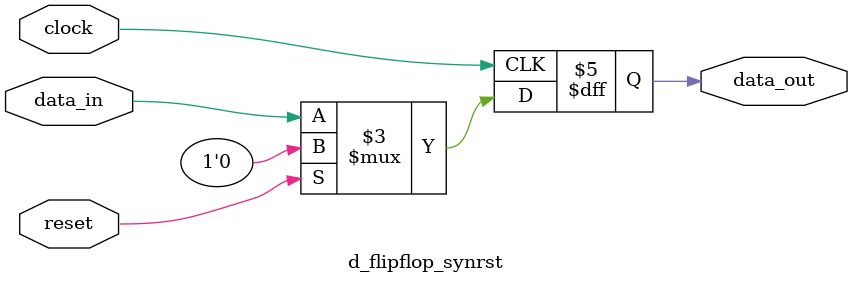
<source format=v>
module d_flipflop_synrst(data_in,data_out,clock,reset);
input data_in;
input clock,reset;

output reg data_out;

always@(posedge clock)
begin
if(reset)
data_out<=1'd0;
else
data_out<=data_in; 
end
endmodule

</source>
